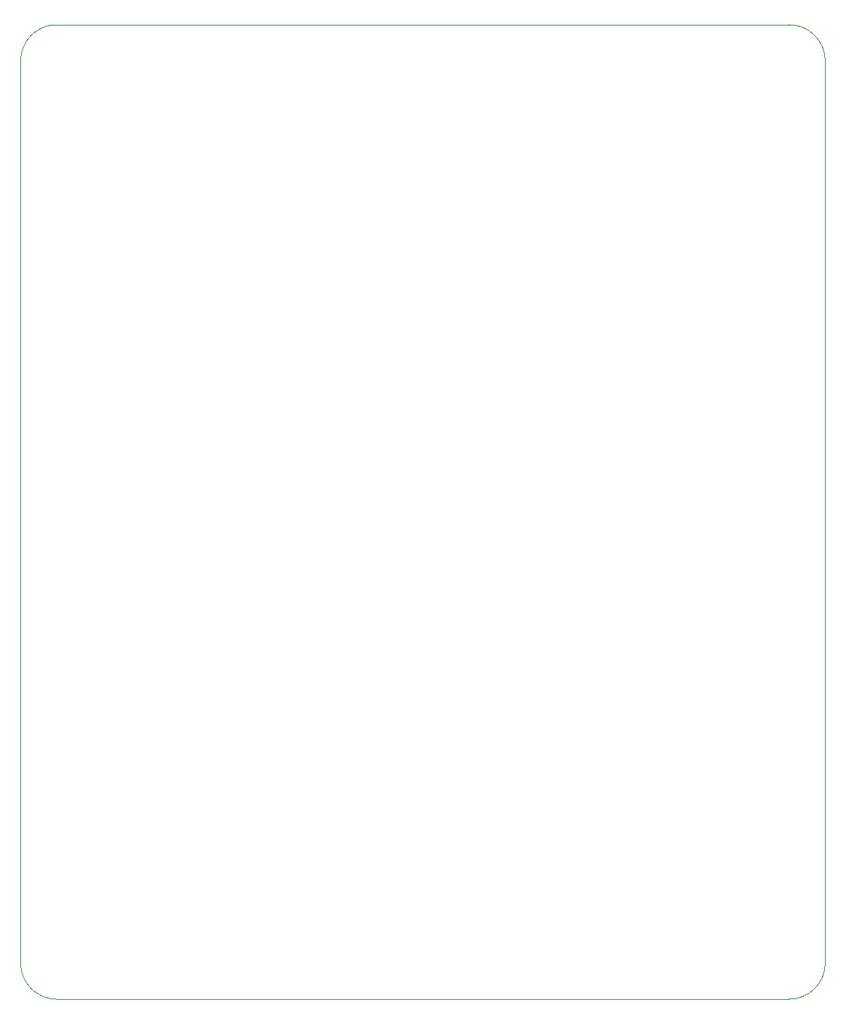
<source format=gbr>
%TF.GenerationSoftware,KiCad,Pcbnew,7.0.7*%
%TF.CreationDate,2024-04-07T16:08:04-05:00*%
%TF.ProjectId,Science_Actuation,53636965-6e63-4655-9f41-637475617469,rev?*%
%TF.SameCoordinates,Original*%
%TF.FileFunction,Profile,NP*%
%FSLAX46Y46*%
G04 Gerber Fmt 4.6, Leading zero omitted, Abs format (unit mm)*
G04 Created by KiCad (PCBNEW 7.0.7) date 2024-04-07 16:08:04*
%MOMM*%
%LPD*%
G01*
G04 APERTURE LIST*
%TA.AperFunction,Profile*%
%ADD10C,0.100000*%
%TD*%
G04 APERTURE END LIST*
D10*
X139954000Y-73660000D02*
X139954000Y-175260000D01*
X135890000Y-179324000D02*
G75*
G03*
X139954000Y-175260000I0J4064000D01*
G01*
X53340000Y-69596000D02*
X135890000Y-69596000D01*
X49276000Y-175260000D02*
G75*
G03*
X53340000Y-179324000I4064000J0D01*
G01*
X49276000Y-175260000D02*
X49276000Y-73660000D01*
X139954000Y-73660000D02*
G75*
G03*
X135890000Y-69596000I-4064000J0D01*
G01*
X53340000Y-69596000D02*
G75*
G03*
X49276000Y-73660000I0J-4064000D01*
G01*
X53340000Y-179324000D02*
X135890000Y-179324000D01*
M02*

</source>
